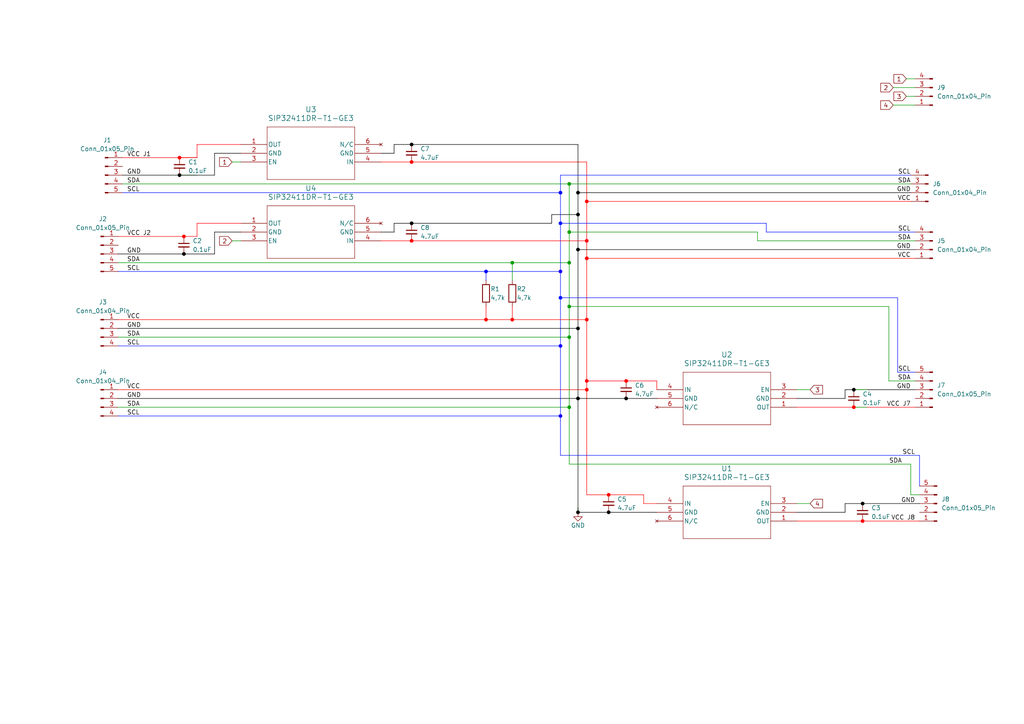
<source format=kicad_sch>
(kicad_sch (version 20231120) (generator "eeschema") (generator_version "8.0")
  (paper "A4")
  (lib_symbols
    (symbol "2024-06-05_14-23-22:SIP32411DR-T1-GE3" (pin_names (offset 0.254))
      (property "Reference" "U" (at 20.32 10.16 0))
      (property "Value" "SIP32411DR-T1-GE3" (at 20.32 7.62 0))
      (symbol "SIP32411DR-T1-GE3_0_1"
        (polyline (pts (xy 7.62 -10.16) (xy 33.02 -10.16)) (stroke (width 0.127)))
        (polyline (pts (xy 7.62 5.08) (xy 7.62 -10.16)) (stroke (width 0.127)))
        (polyline (pts (xy 33.02 -10.16) (xy 33.02 5.08)) (stroke (width 0.127)))
        (polyline (pts (xy 33.02 5.08) (xy 7.62 5.08)) (stroke (width 0.127)))
        (pin output line (at 0 0 0) (length 7.62) (name "OUT") (number "1"))
        (pin power_out line (at 0 -2.54 0) (length 7.62) (name "GND") (number "2"))
        (pin unspecified line (at 0 -5.08 0) (length 7.62) (name "EN") (number "3"))
        (pin input line (at 40.64 -5.08 180) (length 7.62) (name "IN") (number "4"))
        (pin power_out line (at 40.64 -2.54 180) (length 7.62) (name "GND") (number "5"))
        (pin no_connect line (at 40.64 0 180) (length 7.62) (name "N/C") (number "6"))
      )
    )
    (symbol "Connector:Conn_01x04_Pin" (pin_names (offset 1.016) hide)
      (property "Reference" "J" (at 0 5.08 0))
      (property "Value" "Conn_01x04_Pin" (at 0 -7.62 0))
      (symbol "Conn_01x04_Pin_1_1"
        (polyline (pts (xy 1.27 -5.08) (xy 0.8636 -5.08)) (stroke (width 0.1524)))
        (polyline (pts (xy 1.27 -2.54) (xy 0.8636 -2.54)) (stroke (width 0.1524)))
        (polyline (pts (xy 1.27 0) (xy 0.8636 0)) (stroke (width 0.1524)))
        (polyline (pts (xy 1.27 2.54) (xy 0.8636 2.54)) (stroke (width 0.1524)))
        (rectangle (start 0.8636 -4.953) (end 0 -5.207) (stroke (width 0.1524)) (fill (type outline)))
        (rectangle (start 0.8636 -2.413) (end 0 -2.667) (stroke (width 0.1524)) (fill (type outline)))
        (rectangle (start 0.8636 0.127) (end 0 -0.127) (stroke (width 0.1524)) (fill (type outline)))
        (rectangle (start 0.8636 2.667) (end 0 2.413) (stroke (width 0.1524)) (fill (type outline)))
        (pin passive line (at 5.08 2.54 180) (length 3.81) (name "Pin_1") (number "1"))
        (pin passive line (at 5.08 0 180) (length 3.81) (name "Pin_2") (number "2"))
        (pin passive line (at 5.08 -2.54 180) (length 3.81) (name "Pin_3") (number "3"))
        (pin passive line (at 5.08 -5.08 180) (length 3.81) (name "Pin_4") (number "4"))
      )
    )
    (symbol "Connector:Conn_01x05_Pin" (pin_names (offset 1.016) hide)
      (property "Reference" "J" (at 0 7.62 0))
      (property "Value" "Conn_01x05_Pin" (at 0 -7.62 0))
      (symbol "Conn_01x05_Pin_1_1"
        (polyline (pts (xy 1.27 -5.08) (xy 0.8636 -5.08)) (stroke (width 0.1524)))
        (polyline (pts (xy 1.27 -2.54) (xy 0.8636 -2.54)) (stroke (width 0.1524)))
        (polyline (pts (xy 1.27 0) (xy 0.8636 0)) (stroke (width 0.1524)))
        (polyline (pts (xy 1.27 2.54) (xy 0.8636 2.54)) (stroke (width 0.1524)))
        (polyline (pts (xy 1.27 5.08) (xy 0.8636 5.08)) (stroke (width 0.1524)))
        (rectangle (start 0.8636 -4.953) (end 0 -5.207) (stroke (width 0.1524)) (fill (type outline)))
        (rectangle (start 0.8636 -2.413) (end 0 -2.667) (stroke (width 0.1524)) (fill (type outline)))
        (rectangle (start 0.8636 0.127) (end 0 -0.127) (stroke (width 0.1524)) (fill (type outline)))
        (rectangle (start 0.8636 2.667) (end 0 2.413) (stroke (width 0.1524)) (fill (type outline)))
        (rectangle (start 0.8636 5.207) (end 0 4.953) (stroke (width 0.1524)) (fill (type outline)))
        (pin passive line (at 5.08 5.08 180) (length 3.81) (name "Pin_1") (number "1"))
        (pin passive line (at 5.08 2.54 180) (length 3.81) (name "Pin_2") (number "2"))
        (pin passive line (at 5.08 0 180) (length 3.81) (name "Pin_3") (number "3"))
        (pin passive line (at 5.08 -2.54 180) (length 3.81) (name "Pin_4") (number "4"))
        (pin passive line (at 5.08 -5.08 180) (length 3.81) (name "Pin_5") (number "5"))
      )
    )
    (symbol "Device:C_Small" (pin_numbers hide) (pin_names (offset 0.254) hide)
      (property "Reference" "C" (at 0.254 1.778 0))
      (property "Value" "C_Small" (at 0.254 -2.032 0))
      (symbol "C_Small_0_1"
        (polyline (pts (xy -1.524 -0.508) (xy 1.524 -0.508)) (stroke (width 0.3302)))
        (polyline (pts (xy -1.524 0.508) (xy 1.524 0.508)) (stroke (width 0.3048)))
      )
      (symbol "C_Small_1_1"
        (pin passive line (at 0 2.54 270) (length 2.032) (name "~") (number "1"))
        (pin passive line (at 0 -2.54 90) (length 2.032) (name "~") (number "2"))
      )
    )
    (symbol "Device:R" (pin_numbers hide) (pin_names (offset 0))
      (property "Reference" "R" (at 2.032 0 90))
      (property "Value" "R" (at 0 0 90))
      (symbol "R_0_1"
        (rectangle (start -1.016 -2.54) (end 1.016 2.54) (stroke (width 0.254)))
      )
      (symbol "R_1_1"
        (pin passive line (at 0 3.81 270) (length 1.27) (name "~") (number "1"))
        (pin passive line (at 0 -3.81 90) (length 1.27) (name "~") (number "2"))
      )
    )
    (symbol "power:GND" (power) (pin_numbers hide) (pin_names (offset 0) hide)
      (property "Value" "GND" (at 0 -3.81 0))
      (symbol "GND_0_1"
        (polyline (pts (xy 0 0) (xy 0 -1.27) (xy 1.27 -1.27) (xy 0 -2.54) (xy -1.27 -1.27) (xy 0 -1.27)))
      )
      (symbol "GND_1_1"
        (pin power_in line (at 0 0 270) (length 0) (name "~") (number "1"))
      )
    )
  )
  (junction (at 52.07 50.8) (color 0 0 0 1))
  (junction (at 176.53 143.51) (color 255 0 0 1))
  (junction (at 162.56 64.77) (color 0 16 255 1))
  (junction (at 53.34 68.58) (color 255 0 0 1))
  (junction (at 167.64 115.57) (color 0 0 0 1))
  (junction (at 119.38 69.85) (color 255 0 0 1))
  (junction (at 167.64 55.88) (color 0 0 0 1))
  (junction (at 119.38 46.99) (color 255 0 0 1))
  (junction (at 170.18 110.49) (color 255 0 10 1))
  (junction (at 165.1 76.2))
  (junction (at 148.59 76.2))
  (junction (at 119.38 64.77) (color 0 0 0 1))
  (junction (at 162.56 100.33) (color 15 0 255 1))
  (junction (at 162.56 78.74) (color 15 0 255 1))
  (junction (at 176.53 148.59) (color 0 0 0 1))
  (junction (at 140.97 92.71) (color 255 0 0 1))
  (junction (at 52.07 45.72) (color 255 0 0 1))
  (junction (at 170.18 113.03) (color 255 0 0 1))
  (junction (at 167.64 148.59) (color 0 0 0 1))
  (junction (at 170.18 58.42) (color 255 0 0 1))
  (junction (at 167.64 62.23) (color 0 0 0 1))
  (junction (at 162.56 120.65) (color 15 0 255 1))
  (junction (at 165.1 67.31))
  (junction (at 140.97 78.74) (color 0 0 255 1))
  (junction (at 165.1 53.34))
  (junction (at 170.18 92.71) (color 255 0 0 1))
  (junction (at 250.19 151.13) (color 255 0 0 1))
  (junction (at 170.18 69.85) (color 255 0 10 1))
  (junction (at 162.56 86.36) (color 0 16 255 1))
  (junction (at 170.18 74.93) (color 255 0 0 1))
  (junction (at 165.1 118.11))
  (junction (at 53.34 73.66) (color 0 0 0 1))
  (junction (at 162.56 55.88) (color 0 0 255 1))
  (junction (at 181.61 110.49) (color 255 0 0 1))
  (junction (at 250.19 146.05) (color 0 0 0 1))
  (junction (at 247.65 118.11) (color 255 0 0 1))
  (junction (at 167.64 72.39) (color 0 0 0 1))
  (junction (at 181.61 115.57) (color 0 0 0 1))
  (junction (at 119.38 41.91) (color 0 0 0 1))
  (junction (at 247.65 113.03) (color 0 0 0 1))
  (junction (at 165.1 88.9))
  (junction (at 148.59 92.71) (color 255 0 0 1))
  (junction (at 167.64 95.25) (color 0 0 0 1))
  (junction (at 165.1 97.79))
  (wire (pts (xy 245.11 148.59) (xy 245.11 146.05)) (stroke (width 0) (color 0 0 0 1)))
  (wire (pts (xy 162.56 50.8) (xy 162.56 55.88)) (stroke (width 0) (color 0 16 255 1)))
  (wire (pts (xy 167.64 148.59) (xy 176.53 148.59)) (stroke (width 0) (color 0 0 0 1)))
  (wire (pts (xy 245.11 115.57) (xy 245.11 113.03)) (stroke (width 0) (color 0 0 0 1)))
  (wire (pts (xy 34.29 100.33) (xy 162.56 100.33)) (stroke (width 0) (color 0 16 255 1)))
  (wire (pts (xy 167.64 41.91) (xy 167.64 55.88)) (stroke (width 0) (color 0 0 0 1)))
  (wire (pts (xy 119.38 46.99) (xy 110.49 46.99)) (stroke (width 0) (color 255 6 0 1)))
  (wire (pts (xy 160.02 62.23) (xy 167.64 62.23)) (stroke (width 0) (color 0 0 0 1)))
  (wire (pts (xy 34.29 92.71) (xy 140.97 92.71)) (stroke (width 0) (color 255 6 0 1)))
  (wire (pts (xy 262.89 22.86) (xy 265.43 22.86)))
  (wire (pts (xy 34.29 113.03) (xy 170.18 113.03)) (stroke (width 0) (color 255 6 0 1)))
  (wire (pts (xy 34.29 97.79) (xy 165.1 97.79)))
  (wire (pts (xy 222.25 64.77) (xy 162.56 64.77)) (stroke (width 0) (color 0 16 255 1)))
  (wire (pts (xy 167.64 148.59) (xy 167.64 147.32)))
  (wire (pts (xy 57.15 64.77) (xy 69.85 64.77)) (stroke (width 0) (color 255 0 10 1)))
  (wire (pts (xy 162.56 100.33) (xy 162.56 120.65)) (stroke (width 0) (color 0 16 255 1)))
  (wire (pts (xy 265.43 110.49) (xy 257.81 110.49)))
  (wire (pts (xy 181.61 115.57) (xy 190.5 115.57)) (stroke (width 0) (color 0 0 0 1)))
  (wire (pts (xy 170.18 110.49) (xy 181.61 110.49)) (stroke (width 0) (color 255 0 10 1)))
  (wire (pts (xy 67.31 69.85) (xy 69.85 69.85)))
  (wire (pts (xy 170.18 113.03) (xy 170.18 143.51)) (stroke (width 0) (color 255 6 0 1)))
  (wire (pts (xy 257.81 88.9) (xy 165.1 88.9)))
  (wire (pts (xy 53.34 73.66) (xy 62.23 73.66)) (stroke (width 0) (color 0 0 0 1)))
  (wire (pts (xy 52.07 50.8) (xy 57.15 50.8)))
  (wire (pts (xy 148.59 76.2) (xy 165.1 76.2)))
  (wire (pts (xy 170.18 92.71) (xy 170.18 110.49)) (stroke (width 0) (color 255 6 0 1)))
  (wire (pts (xy 257.81 110.49) (xy 257.81 88.9)))
  (wire (pts (xy 167.64 72.39) (xy 167.64 95.25)) (stroke (width 0) (color 0 0 0 1)))
  (wire (pts (xy 247.65 113.03) (xy 251.46 113.03)))
  (wire (pts (xy 247.65 118.11) (xy 265.43 118.11)) (stroke (width 0) (color 255 0 10 1)))
  (wire (pts (xy 170.18 74.93) (xy 170.18 92.71)) (stroke (width 0) (color 255 6 0 1)))
  (wire (pts (xy 231.14 113.03) (xy 234.95 113.03)))
  (wire (pts (xy 170.18 74.93) (xy 265.43 74.93)) (stroke (width 0) (color 255 6 0 1)))
  (wire (pts (xy 176.53 148.59) (xy 190.5 148.59)) (stroke (width 0) (color 0 0 0 1)))
  (wire (pts (xy 167.64 55.88) (xy 167.64 62.23)) (stroke (width 0) (color 0 0 0 1)))
  (wire (pts (xy 170.18 46.99) (xy 170.18 58.42)) (stroke (width 0) (color 255 6 0 1)))
  (wire (pts (xy 170.18 109.22) (xy 170.18 110.49)) (stroke (width 0) (color 255 0 10 1)))
  (wire (pts (xy 266.7 143.51) (xy 264.16 143.51)))
  (wire (pts (xy 231.14 148.59) (xy 245.11 148.59)) (stroke (width 0) (color 0 0 0 1)))
  (wire (pts (xy 222.25 67.31) (xy 222.25 64.77)) (stroke (width 0) (color 0 16 255 1)))
  (wire (pts (xy 34.29 120.65) (xy 162.56 120.65)) (stroke (width 0) (color 0 16 255 1)))
  (wire (pts (xy 34.29 68.58) (xy 53.34 68.58)) (stroke (width 0) (color 255 0 10 1)))
  (wire (pts (xy 162.56 86.36) (xy 162.56 100.33)) (stroke (width 0) (color 0 16 255 1)))
  (wire (pts (xy 162.56 120.65) (xy 162.56 121.92)) (stroke (width 0) (color 0 16 255 1)))
  (wire (pts (xy 119.38 69.85) (xy 170.18 69.85)) (stroke (width 0) (color 255 0 10 1)))
  (wire (pts (xy 266.7 132.08) (xy 266.7 140.97)) (stroke (width 0) (color 3 12 255 1)))
  (wire (pts (xy 247.65 113.03) (xy 265.43 113.03)) (stroke (width 0) (color 0 0 0 1)))
  (wire (pts (xy 160.02 62.23) (xy 160.02 64.77)) (stroke (width 0) (color 0 0 0 1)))
  (wire (pts (xy 250.19 146.05) (xy 266.7 146.05)) (stroke (width 0) (color 0 0 0 1)))
  (wire (pts (xy 167.64 72.39) (xy 265.43 72.39)) (stroke (width 0) (color 0 0 0 1)))
  (wire (pts (xy 190.5 110.49) (xy 190.5 113.03)) (stroke (width 0) (color 255 0 10 1)))
  (wire (pts (xy 140.97 81.28) (xy 140.97 78.74)) (stroke (width 0) (color 0 0 255 1)))
  (wire (pts (xy 170.18 60.96) (xy 170.18 69.85)) (stroke (width 0) (color 255 0 10 1)))
  (wire (pts (xy 167.64 62.23) (xy 167.64 72.39)) (stroke (width 0) (color 0 0 0 1)))
  (wire (pts (xy 170.18 58.42) (xy 170.18 60.96)) (stroke (width 0) (color 255 6 0 1)))
  (wire (pts (xy 167.64 41.91) (xy 119.38 41.91)) (stroke (width 0) (color 0 0 0 1)))
  (wire (pts (xy 181.61 110.49) (xy 190.5 110.49)) (stroke (width 0) (color 255 0 10 1)))
  (wire (pts (xy 35.56 55.88) (xy 162.56 55.88)) (stroke (width 0) (color 0 16 255 1)))
  (wire (pts (xy 186.69 143.51) (xy 186.69 146.05)) (stroke (width 0) (color 255 6 0 1)))
  (wire (pts (xy 250.19 151.13) (xy 266.7 151.13)) (stroke (width 0) (color 255 0 0 1)))
  (wire (pts (xy 247.65 118.11) (xy 251.46 118.11)))
  (wire (pts (xy 52.07 45.72) (xy 35.56 45.72)) (stroke (width 0) (color 255 0 10 1)))
  (wire (pts (xy 259.08 25.4) (xy 265.43 25.4)))
  (wire (pts (xy 170.18 143.51) (xy 176.53 143.51)) (stroke (width 0) (color 255 6 0 1)))
  (wire (pts (xy 34.29 78.74) (xy 140.97 78.74)) (stroke (width 0) (color 0 16 255 1)))
  (wire (pts (xy 245.11 146.05) (xy 250.19 146.05)) (stroke (width 0) (color 0 0 0 1)))
  (wire (pts (xy 114.3 64.77) (xy 119.38 64.77)) (stroke (width 0) (color 0 0 0 1)))
  (wire (pts (xy 140.97 92.71) (xy 148.59 92.71)) (stroke (width 0) (color 255 6 0 1)))
  (wire (pts (xy 162.56 50.8) (xy 264.16 50.8)) (stroke (width 0) (color 0 16 255 1)))
  (wire (pts (xy 57.15 45.72) (xy 52.07 45.72)) (stroke (width 0) (color 255 0 10 1)))
  (wire (pts (xy 162.56 132.08) (xy 266.7 132.08)) (stroke (width 0) (color 3 12 255 1)))
  (wire (pts (xy 34.29 73.66) (xy 53.34 73.66)) (stroke (width 0) (color 0 0 0 1)))
  (wire (pts (xy 57.15 68.58) (xy 53.34 68.58)) (stroke (width 0) (color 255 0 10 1)))
  (wire (pts (xy 165.1 67.31) (xy 165.1 76.2)))
  (wire (pts (xy 148.59 92.71) (xy 170.18 92.71)) (stroke (width 0) (color 255 6 0 1)))
  (wire (pts (xy 245.11 113.03) (xy 247.65 113.03)) (stroke (width 0) (color 0 0 0 1)))
  (wire (pts (xy 52.07 50.8) (xy 62.23 50.8)) (stroke (width 0) (color 0 0 0 1)))
  (wire (pts (xy 165.1 118.11) (xy 165.1 134.62)))
  (wire (pts (xy 140.97 88.9) (xy 140.97 92.71)) (stroke (width 0) (color 255 0 0 1)))
  (wire (pts (xy 110.49 67.31) (xy 114.3 67.31)) (stroke (width 0) (color 0 0 0 1)))
  (wire (pts (xy 167.64 115.57) (xy 181.61 115.57)) (stroke (width 0) (color 0 0 0 1)))
  (wire (pts (xy 167.64 115.57) (xy 167.64 148.59)) (stroke (width 0) (color 0 0 0 1)))
  (wire (pts (xy 69.85 41.91) (xy 57.15 41.91)) (stroke (width 0) (color 255 0 10 1)))
  (wire (pts (xy 62.23 67.31) (xy 69.85 67.31)) (stroke (width 0) (color 0 0 0 1)))
  (wire (pts (xy 170.18 110.49) (xy 170.18 113.03)) (stroke (width 0) (color 255 6 0 1)))
  (wire (pts (xy 114.3 44.45) (xy 110.49 44.45)) (stroke (width 0) (color 0 0 0 1)))
  (wire (pts (xy 165.1 134.62) (xy 264.16 134.62)))
  (wire (pts (xy 219.71 67.31) (xy 165.1 67.31)))
  (wire (pts (xy 170.18 46.99) (xy 119.38 46.99)) (stroke (width 0) (color 255 6 0 1)))
  (wire (pts (xy 35.56 53.34) (xy 165.1 53.34)))
  (wire (pts (xy 62.23 73.66) (xy 62.23 67.31)) (stroke (width 0) (color 0 0 0 1)))
  (wire (pts (xy 67.31 46.99) (xy 69.85 46.99)))
  (wire (pts (xy 110.49 69.85) (xy 119.38 69.85)) (stroke (width 0) (color 255 0 10 1)))
  (wire (pts (xy 231.14 151.13) (xy 250.19 151.13)) (stroke (width 0) (color 255 0 0 1)))
  (wire (pts (xy 264.16 143.51) (xy 264.16 134.62)))
  (wire (pts (xy 231.14 118.11) (xy 247.65 118.11)) (stroke (width 0) (color 255 0 10 1)))
  (wire (pts (xy 165.1 53.34) (xy 264.16 53.34)))
  (wire (pts (xy 162.56 132.08) (xy 162.56 121.92)) (stroke (width 0) (color 3 12 255 1)))
  (wire (pts (xy 162.56 55.88) (xy 162.56 64.77)) (stroke (width 0) (color 0 16 255 1)))
  (wire (pts (xy 262.89 27.94) (xy 265.43 27.94)))
  (wire (pts (xy 167.64 95.25) (xy 167.64 115.57)) (stroke (width 0) (color 0 0 0 1)))
  (wire (pts (xy 265.43 69.85) (xy 219.71 69.85)))
  (wire (pts (xy 52.07 45.72) (xy 57.15 45.72)) (stroke (width 0) (color 255 0 0 1)))
  (wire (pts (xy 165.1 76.2) (xy 165.1 88.9)))
  (wire (pts (xy 260.35 107.95) (xy 260.35 86.36)) (stroke (width 0) (color 0 16 255 1)))
  (wire (pts (xy 259.08 30.48) (xy 265.43 30.48)))
  (wire (pts (xy 231.14 115.57) (xy 245.11 115.57)) (stroke (width 0) (color 0 0 0 1)))
  (wire (pts (xy 148.59 88.9) (xy 148.59 92.71)) (stroke (width 0) (color 255 0 0 1)))
  (wire (pts (xy 265.43 107.95) (xy 260.35 107.95)) (stroke (width 0) (color 0 16 255 1)))
  (wire (pts (xy 186.69 146.05) (xy 190.5 146.05)) (stroke (width 0) (color 255 6 0 1)))
  (wire (pts (xy 140.97 78.74) (xy 162.56 78.74)) (stroke (width 0) (color 0 16 255 1)))
  (wire (pts (xy 34.29 95.25) (xy 167.64 95.25)) (stroke (width 0) (color 0 0 0 1)))
  (wire (pts (xy 34.29 76.2) (xy 148.59 76.2)))
  (wire (pts (xy 165.1 97.79) (xy 165.1 118.11)))
  (wire (pts (xy 162.56 64.77) (xy 162.56 78.74)) (stroke (width 0) (color 0 16 255 1)))
  (wire (pts (xy 34.29 118.11) (xy 165.1 118.11)))
  (wire (pts (xy 219.71 69.85) (xy 219.71 67.31)))
  (wire (pts (xy 165.1 88.9) (xy 165.1 97.79)))
  (wire (pts (xy 231.14 146.05) (xy 234.95 146.05)))
  (wire (pts (xy 114.3 64.77) (xy 114.3 67.31)) (stroke (width 0) (color 0 0 0 1)))
  (wire (pts (xy 57.15 68.58) (xy 57.15 64.77)) (stroke (width 0) (color 255 0 10 1)))
  (wire (pts (xy 165.1 53.34) (xy 165.1 67.31)))
  (wire (pts (xy 265.43 67.31) (xy 222.25 67.31)) (stroke (width 0) (color 0 16 255 1)))
  (wire (pts (xy 114.3 41.91) (xy 114.3 44.45)) (stroke (width 0) (color 0 0 0 1)))
  (wire (pts (xy 62.23 44.45) (xy 62.23 50.8)) (stroke (width 0) (color 0 0 0 1)))
  (wire (pts (xy 69.85 44.45) (xy 62.23 44.45)) (stroke (width 0) (color 0 0 0 1)))
  (wire (pts (xy 119.38 41.91) (xy 114.3 41.91)) (stroke (width 0) (color 0 0 0 1)))
  (wire (pts (xy 160.02 64.77) (xy 119.38 64.77)) (stroke (width 0) (color 0 0 0 1)))
  (wire (pts (xy 57.15 41.91) (xy 57.15 45.72)) (stroke (width 0) (color 255 0 10 1)))
  (wire (pts (xy 176.53 143.51) (xy 186.69 143.51)) (stroke (width 0) (color 255 6 0 1)))
  (wire (pts (xy 170.18 58.42) (xy 264.16 58.42)) (stroke (width 0) (color 255 6 0 1)))
  (wire (pts (xy 52.07 50.8) (xy 35.56 50.8)) (stroke (width 0) (color 0 0 0 1)))
  (wire (pts (xy 167.64 55.88) (xy 264.16 55.88)) (stroke (width 0) (color 0 0 0 1)))
  (wire (pts (xy 162.56 78.74) (xy 162.56 86.36)) (stroke (width 0) (color 0 16 255 1)))
  (wire (pts (xy 148.59 76.2) (xy 148.59 81.28)))
  (wire (pts (xy 170.18 69.85) (xy 170.18 74.93)) (stroke (width 0) (color 255 6 0 1)))
  (wire (pts (xy 260.35 86.36) (xy 162.56 86.36)) (stroke (width 0) (color 0 16 255 1)))
  (wire (pts (xy 34.29 115.57) (xy 167.64 115.57)) (stroke (width 0) (color 0 0 0 1)))
  (label "GND" (at 36.83 50.8 0))
  (label "SCL" (at 36.83 55.88 0))
  (label "GND" (at 36.83 73.66 0))
  (label "VCC J2" (at 36.83 68.58 0))
  (label "GND" (at 36.83 95.25 0))
  (label "SDA" (at 36.83 53.34 0))
  (label "GND" (at 264.16 55.88 180))
  (label "GND" (at 264.16 72.39 180))
  (label "SDA" (at 264.16 69.85 180))
  (label "SCL" (at 265.43 132.08 180))
  (label "SCL" (at 36.83 78.74 0))
  (label "VCC J7" (at 264.16 118.11 180))
  (label "SCL" (at 264.16 107.95 180))
  (label "VCC J8" (at 265.43 151.13 180))
  (label "SCL" (at 264.16 50.8 180))
  (label "SCL" (at 36.83 120.65 0))
  (label "SDA" (at 36.83 97.79 0))
  (label "GND" (at 264.16 113.03 180))
  (label "GND" (at 36.83 115.57 0))
  (label "VCC" (at 36.83 113.03 0))
  (label "SDA" (at 264.16 53.34 180))
  (label "SDA" (at 261.62 134.62 180))
  (label "SCL" (at 264.16 67.31 180))
  (label "VCC" (at 264.16 74.93 180))
  (label "SCL" (at 36.83 100.33 0))
  (label "SDA" (at 36.83 76.2 0))
  (label "VCC J1" (at 36.83 45.72 0))
  (label "SDA" (at 264.16 110.49 180))
  (label "GND" (at 265.43 146.05 180))
  (label "VCC" (at 264.16 58.42 180))
  (label "VCC" (at 36.83 92.71 0))
  (label "SDA" (at 36.83 118.11 0))
  (global_label "1" (shape input) (at 67.31 46.99 180) (property "Intersheetrefs" "${INTERSHEET_REFS}" (effects (hide yes))))
  (global_label "2" (shape input) (at 259.08 25.4 180) (property "Intersheetrefs" "${INTERSHEET_REFS}" (effects (hide yes))))
  (global_label "2" (shape input) (at 67.31 69.85 180) (property "Intersheetrefs" "${INTERSHEET_REFS}" (effects (hide yes))))
  (global_label "4" (shape input) (at 259.08 30.48 180) (property "Intersheetrefs" "${INTERSHEET_REFS}" (effects (hide yes))))
  (global_label "3" (shape input) (at 262.89 27.94 180) (property "Intersheetrefs" "${INTERSHEET_REFS}" (effects (hide yes))))
  (global_label "1" (shape input) (at 262.89 22.86 180) (property "Intersheetrefs" "${INTERSHEET_REFS}" (effects (hide yes))))
  (global_label "4" (shape input) (at 234.95 146.05 0) (property "Intersheetrefs" "${INTERSHEET_REFS}" (effects (hide yes))))
  (global_label "3" (shape input) (at 234.95 113.03 0) (property "Intersheetrefs" "${INTERSHEET_REFS}" (effects (hide yes))))
  (symbol (lib_id "Device:C_Small") (at 250.19 148.59 0) (unit 1)
    (property "Reference" "C3" (at 252.73 147.3262 0) (effects (justify left)))
    (property "Value" "0.1uF" (at 252.73 149.8662 0) (effects (justify left)))
    (property "Footprint" "Capacitor_SMD:C_0603_1608Metric" (effects (hide yes)))
    (property "Description" "Unpolarized capacitor, small symbol" (effects (hide yes)))
  )
  (symbol (lib_id "Connector:Conn_01x04_Pin") (at 270.51 27.94 180) (unit 1)
    (property "Reference" "J9" (at 271.78 25.3999 0) (effects (justify right)))
    (property "Value" "Conn_01x04_Pin" (at 271.78 27.9399 0) (effects (justify right)))
    (property "Footprint" "Connector_PinHeader_2.54mm:PinHeader_1x04_P2.54mm_Vertical" (effects (hide yes)))
    (property "Description" "Generic connector, single row, 01x04, script generated" (effects (hide yes)))
  )
  (symbol (lib_id "Device:C_Small") (at 247.65 115.57 0) (unit 1)
    (property "Reference" "C4" (at 250.19 114.3062 0) (effects (justify left)))
    (property "Value" "0.1uF" (at 250.19 116.8462 0) (effects (justify left)))
    (property "Footprint" "Capacitor_SMD:C_0603_1608Metric" (effects (hide yes)))
    (property "Description" "Unpolarized capacitor, small symbol" (effects (hide yes)))
  )
  (symbol (lib_id "Device:R") (at 140.97 85.09 0) (unit 1)
    (property "Reference" "R1" (at 142.24 83.82 0) (effects (justify left)))
    (property "Value" "4,7k" (at 142.24 86.36 0) (effects (justify left)))
    (property "Footprint" "Resistor_SMD:R_0603_1608Metric" (effects (hide yes)))
    (property "Description" "Resistor" (effects (hide yes)))
  )
  (symbol (lib_id "Connector:Conn_01x05_Pin") (at 29.21 73.66 0) (unit 1)
    (property "Reference" "J2" (at 29.845 63.5 0))
    (property "Value" "Conn_01x05_Pin" (at 29.845 66.04 0))
    (property "Footprint" "Connector_PinSocket_2.54mm:PinSocket_1x05_P2.54mm_Vertical" (effects (hide yes)))
    (property "Description" "Generic connector, single row, 01x05, script generated" (effects (hide yes)))
  )
  (symbol (lib_id "2024-06-05_14-23-22:SIP32411DR-T1-GE3") (at 69.85 41.91 0) (unit 1)
    (property "Reference" "U3" (at 90.17 31.75 0) (effects (font (size 1.524 1.524))))
    (property "Value" "SIP32411DR-T1-GE3" (at 90.17 34.29 0) (effects (font (size 1.524 1.524))))
    (property "Footprint" "Package_TO_SOT_SMD:SOT-363_SC-70-6" (effects (hide yes)))
    (property "Datasheet" "SIP32411DR-T1-GE3" (effects (hide yes)))
  )
  (symbol (lib_id "Connector:Conn_01x04_Pin") (at 269.24 55.88 180) (unit 1)
    (property "Reference" "J6" (at 270.51 53.3399 0) (effects (justify right)))
    (property "Value" "Conn_01x04_Pin" (at 270.51 55.8799 0) (effects (justify right)))
    (property "Footprint" "Connector_PinHeader_2.54mm:PinHeader_1x04_P2.54mm_Vertical" (effects (hide yes)))
    (property "Description" "Generic connector, single row, 01x04, script generated" (effects (hide yes)))
  )
  (symbol (lib_id "Device:C_Small") (at 181.61 113.03 0) (unit 1)
    (property "Reference" "C6" (at 184.15 111.7662 0) (effects (justify left)))
    (property "Value" "4.7uF" (at 184.15 114.3062 0) (effects (justify left)))
    (property "Footprint" "Capacitor_SMD:C_0603_1608Metric" (effects (hide yes)))
    (property "Description" "Unpolarized capacitor, small symbol" (effects (hide yes)))
  )
  (symbol (lib_id "Device:R") (at 148.59 85.09 0) (unit 1)
    (property "Reference" "R2" (at 149.86 83.82 0) (effects (justify left)))
    (property "Value" "4,7k" (at 149.86 86.36 0) (effects (justify left)))
    (property "Footprint" "Resistor_SMD:R_0603_1608Metric" (effects (hide yes)))
    (property "Description" "Resistor" (effects (hide yes)))
  )
  (symbol (lib_id "2024-06-05_14-23-22:SIP32411DR-T1-GE3") (at 231.14 118.11 180) (unit 1)
    (property "Reference" "U2" (at 210.82 102.87 0) (effects (font (size 1.524 1.524))))
    (property "Value" "SIP32411DR-T1-GE3" (at 210.82 105.41 0) (effects (font (size 1.524 1.524))))
    (property "Footprint" "Package_TO_SOT_SMD:SOT-363_SC-70-6" (effects (hide yes)))
    (property "Datasheet" "SIP32411DR-T1-GE3" (effects (hide yes)))
  )
  (symbol (lib_id "Connector:Conn_01x04_Pin") (at 270.51 72.39 180) (unit 1)
    (property "Reference" "J5" (at 271.78 69.8499 0) (effects (justify right)))
    (property "Value" "Conn_01x04_Pin" (at 271.78 72.3899 0) (effects (justify right)))
    (property "Footprint" "Connector_PinHeader_2.54mm:PinHeader_1x04_P2.54mm_Vertical" (effects (hide yes)))
    (property "Description" "Generic connector, single row, 01x04, script generated" (effects (hide yes)))
  )
  (symbol (lib_id "Connector:Conn_01x04_Pin") (at 29.21 115.57 0) (unit 1)
    (property "Reference" "J4" (at 29.845 107.95 0))
    (property "Value" "Conn_01x04_Pin" (at 29.845 110.49 0))
    (property "Footprint" "Connector_PinHeader_2.54mm:PinHeader_1x04_P2.54mm_Vertical" (effects (hide yes)))
    (property "Description" "Generic connector, single row, 01x04, script generated" (effects (hide yes)))
  )
  (symbol (lib_id "Device:C_Small") (at 176.53 146.05 0) (unit 1)
    (property "Reference" "C5" (at 179.07 144.7862 0) (effects (justify left)))
    (property "Value" "4.7uF" (at 179.07 147.3262 0) (effects (justify left)))
    (property "Footprint" "Capacitor_SMD:C_0603_1608Metric" (effects (hide yes)))
    (property "Description" "Unpolarized capacitor, small symbol" (effects (hide yes)))
  )
  (symbol (lib_id "Connector:Conn_01x04_Pin") (at 29.21 95.25 0) (unit 1)
    (property "Reference" "J3" (at 29.845 87.63 0))
    (property "Value" "Conn_01x04_Pin" (at 29.845 90.17 0))
    (property "Footprint" "Connector_PinHeader_2.54mm:PinHeader_1x04_P2.54mm_Vertical" (effects (hide yes)))
    (property "Description" "Generic connector, single row, 01x04, script generated" (effects (hide yes)))
  )
  (symbol (lib_id "power:GND") (at 167.64 148.59 0) (unit 1)
    (property "Reference" "#PWR01" (effects (hide yes)))
    (property "Value" "GND" (at 167.64 152.4 0))
    (property "Description" "Power symbol creates a global label with name \"GND\" , ground" (effects (hide yes)))
  )
  (symbol (lib_id "Connector:Conn_01x05_Pin") (at 30.48 50.8 0) (unit 1)
    (property "Reference" "J1" (at 31.115 40.64 0))
    (property "Value" "Conn_01x05_Pin" (at 31.115 43.18 0))
    (property "Footprint" "Connector_PinSocket_2.54mm:PinSocket_1x05_P2.54mm_Vertical" (effects (hide yes)))
    (property "Description" "Generic connector, single row, 01x05, script generated" (effects (hide yes)))
  )
  (symbol (lib_id "2024-06-05_14-23-22:SIP32411DR-T1-GE3") (at 231.14 151.13 180) (unit 1)
    (property "Reference" "U1" (at 210.82 135.89 0) (effects (font (size 1.524 1.524))))
    (property "Value" "SIP32411DR-T1-GE3" (at 210.82 138.43 0) (effects (font (size 1.524 1.524))))
    (property "Footprint" "Package_TO_SOT_SMD:SOT-363_SC-70-6" (effects (hide yes)))
    (property "Datasheet" "SIP32411DR-T1-GE3" (effects (hide yes)))
  )
  (symbol (lib_id "Device:C_Small") (at 52.07 48.26 0) (unit 1)
    (property "Reference" "C1" (at 54.61 46.9962 0) (effects (justify left)))
    (property "Value" "0.1uF" (at 54.61 49.5362 0) (effects (justify left)))
    (property "Footprint" "Capacitor_SMD:C_0603_1608Metric" (effects (hide yes)))
    (property "Description" "Unpolarized capacitor, small symbol" (effects (hide yes)))
  )
  (symbol (lib_id "2024-06-05_14-23-22:SIP32411DR-T1-GE3") (at 69.85 64.77 0) (unit 1)
    (property "Reference" "U4" (at 90.17 54.61 0) (effects (font (size 1.524 1.524))))
    (property "Value" "SIP32411DR-T1-GE3" (at 90.17 57.15 0) (effects (font (size 1.524 1.524))))
    (property "Footprint" "Package_TO_SOT_SMD:SOT-363_SC-70-6" (effects (hide yes)))
    (property "Datasheet" "SIP32411DR-T1-GE3" (effects (hide yes)))
  )
  (symbol (lib_id "Device:C_Small") (at 119.38 44.45 0) (unit 1)
    (property "Reference" "C7" (at 121.92 43.1862 0) (effects (justify left)))
    (property "Value" "4.7uF" (at 121.92 45.7262 0) (effects (justify left)))
    (property "Footprint" "Capacitor_SMD:C_0603_1608Metric" (effects (hide yes)))
    (property "Description" "Unpolarized capacitor, small symbol" (effects (hide yes)))
  )
  (symbol (lib_id "Connector:Conn_01x05_Pin") (at 271.78 146.05 180) (unit 1)
    (property "Reference" "J8" (at 273.05 144.7799 0) (effects (justify right)))
    (property "Value" "Conn_01x05_Pin" (at 273.05 147.3199 0) (effects (justify right)))
    (property "Footprint" "Connector_PinSocket_2.54mm:PinSocket_1x05_P2.54mm_Vertical" (effects (hide yes)))
    (property "Description" "Generic connector, single row, 01x05, script generated" (effects (hide yes)))
  )
  (symbol (lib_id "Device:C_Small") (at 119.38 67.31 0) (unit 1)
    (property "Reference" "C8" (at 121.92 66.0462 0) (effects (justify left)))
    (property "Value" "4.7uF" (at 121.92 68.5862 0) (effects (justify left)))
    (property "Footprint" "Capacitor_SMD:C_0603_1608Metric" (effects (hide yes)))
    (property "Description" "Unpolarized capacitor, small symbol" (effects (hide yes)))
  )
  (symbol (lib_id "Connector:Conn_01x05_Pin") (at 270.51 113.03 180) (unit 1)
    (property "Reference" "J7" (at 271.78 111.7599 0) (effects (justify right)))
    (property "Value" "Conn_01x05_Pin" (at 271.78 114.2999 0) (effects (justify right)))
    (property "Footprint" "Connector_PinSocket_2.54mm:PinSocket_1x05_P2.54mm_Vertical" (effects (hide yes)))
    (property "Description" "Generic connector, single row, 01x05, script generated" (effects (hide yes)))
  )
  (symbol (lib_id "Device:C_Small") (at 53.34 71.12 0) (unit 1)
    (property "Reference" "C2" (at 55.88 69.8562 0) (effects (justify left)))
    (property "Value" "0.1uF" (at 55.88 72.3962 0) (effects (justify left)))
    (property "Footprint" "Capacitor_SMD:C_0603_1608Metric" (effects (hide yes)))
    (property "Description" "Unpolarized capacitor, small symbol" (effects (hide yes)))
  )
)
</source>
